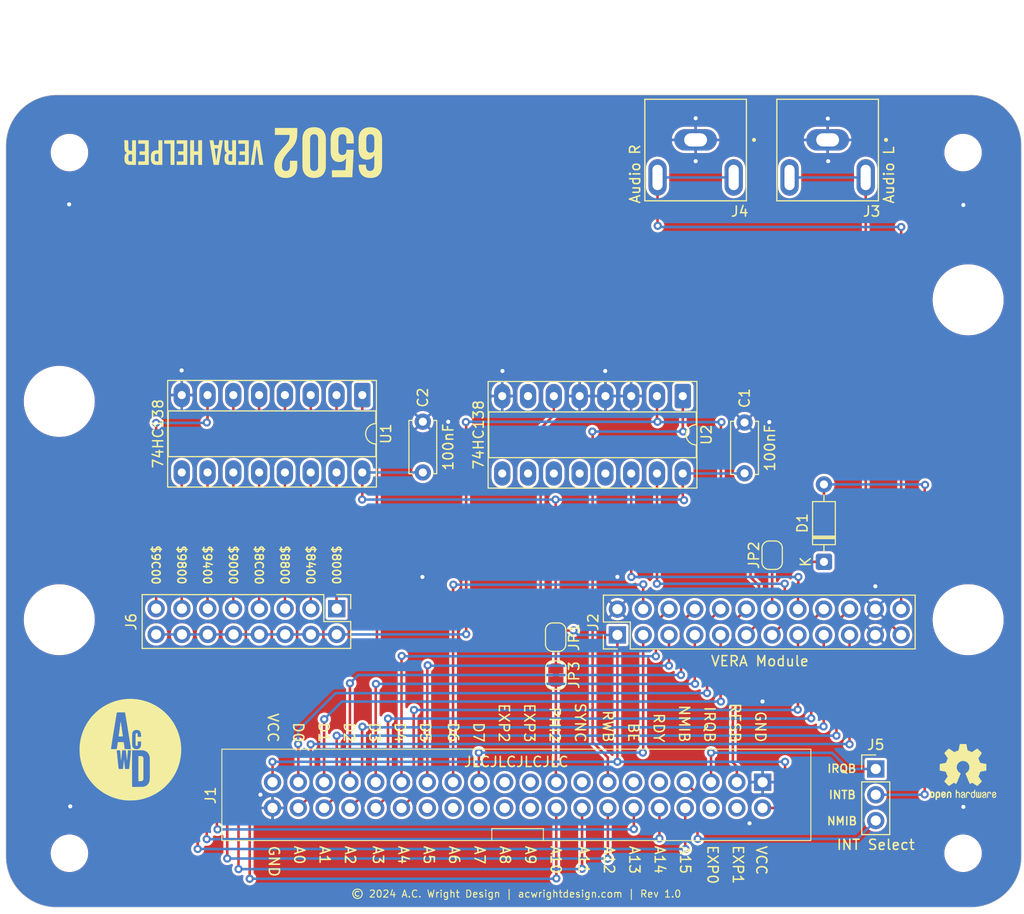
<source format=kicad_pcb>
(kicad_pcb (version 20241229) (generator "pcbnew") (generator_version "9.0")
  (title_block (title "6502 VERA Helper") (date "2025-11-04") (rev "1.0") (company "A.C. Wright Design"))
  (layers (0 "F.Cu" signal "Top") (2 "B.Cu" signal "Bottom") (13 "F.Paste" user) (15 "B.Paste" user) (5 "F.SilkS" user "F.Silkscreen") (7 "B.SilkS" user "B.Silkscreen") (1 "F.Mask" user) (3 "B.Mask" user) (25 "Edge.Cuts" user))
  (net 0 "")
  (net 1 "GND")
  (net 2 "VCC")
  (net 3 "Net-(D1-A)")
  (net 4 "~{INT}")
  (net 5 "A1")
  (net 7 "PHI2")
  (net 8 "A11")
  (net 9 "D4")
  (net 10 "RWB")
  (net 11 "D0")
  (net 13 "NMIB")
  (net 14 "A12")
  (net 16 "A3")
  (net 17 "D7")
  (net 20 "D6")
  (net 21 "A14")
  (net 22 "A13")
  (net 23 "A2")
  (net 24 "D1")
  (net 25 "A15")
  (net 27 "A0")
  (net 28 "A10")
  (net 29 "IRQB")
  (net 34 "D2")
  (net 35 "RESB")
  (net 37 "D3")
  (net 38 "A4")
  (net 39 "D5")
  (net 41 "CSB")
  (net 42 "AUDIOL")
  (net 43 "AUDIOR")
  (net 44 "RB")
  (net 45 "WB")
  (net 46 "/$9400")
  (net 47 "/$9000")
  (net 48 "/$8400")
  (net 49 "/$8000")
  (net 50 "/$9800")
  (net 51 "/$8800")
  (net 52 "/$8C00")
  (net 53 "/$9C00")
  (net 54 "Net-(JP1-B)")
  (footprint "Symbol:OSHW-Logo2_7.3x6mm_SilkScreen" (layer "F.Cu") (at 159.8011 144.3136)
    (property "Reference" "REF**" (hide yes))
    (property "Value" "OSHW-Logo2_7.3x6mm_SilkScreen" (hide yes))
  )
  (footprint "Connector_PinHeader_2.54mm:PinHeader_1x03_P2.54mm_Vertical" (layer "F.Cu") (at 151.2011 144.0136)
    (property "Reference" "J5")
    (property "Value" "INT Select")
  )
  (footprint "Package_DIP:DIP-16_W7.62mm_Socket_LongPads" (layer "F.Cu") (at 100.6411 107.1936 -90)
    (property "Reference" "U1")
    (property "Value" "74HC138")
  )
  (footprint "A.C. Wright Logo:A.C. Wright Logo 10mm" (layer "F.Cu") (at 77.8011 142.1136)
    (property "Reference" "G***" (hide yes))
    (property "Value" "LOGO" (hide yes))
  )
  (footprint "" (layer "F.Cu") (at 70.8011 129.3136)
    (property "Reference" "")
    (property "Value" "")
  )
  (footprint "Connector_PinHeader_2.54mm:PinHeader_2x12_P2.54mm_Vertical" (layer "F.Cu") (at 125.7611 130.8136 90)
    (property "Reference" "J2")
    (property "Value" "VERA Module")
  )
  (footprint "Capacitor_THT:C_Disc_D5.0mm_W2.5mm_P5.00mm" (layer "F.Cu") (at 106.6011 114.8136 90)
    (property "Reference" "C2")
    (property "Value" "100nF")
  )
  (footprint "MountingHole:MountingHole_3.2mm_M3" (layer "F.Cu") (at 159.8011 83.3136)
    (property "Reference" "H2" (hide yes))
    (property "Value" "MountingHole" (hide yes))
  )
  (footprint "" (layer "F.Cu") (at 70.8011 107.8136)
    (property "Reference" "")
    (property "Value" "")
  )
  (footprint "6502 Parts:SWITCHCRAFT_PJRAN1X1U02X" (layer "F.Cu") (at 133.4636 82.0636 180)
    (property "Reference" "J4")
    (property "Value" "Audio R")
  )
  (footprint "6502 Parts:6502 Bus Connector" (layer "F.Cu") (at 140.0611 145.3136 -90)
    (property "Reference" "J1")
    (property "Value" "6502 Bus" (hide yes))
  )
  (footprint "" (layer "F.Cu") (at 160.3011 97.8136)
    (property "Reference" "")
    (property "Value" "")
  )
  (footprint "6502 Logos:6502 VERA Helper 5mm" (layer "F.Cu") (at 82.6011 83.3136 180)
    (property "Reference" "G***" (hide yes))
    (property "Value" "LOGO" (hide yes))
  )
  (footprint "6502 Parts:SWITCHCRAFT_PJRAN1X1U02X" (layer "F.Cu") (at 146.4636 82.0636 180)
    (property "Reference" "J3")
    (property "Value" "Audio L")
  )
  (footprint "Jumper:SolderJumper-2_P1.3mm_Bridged_RoundedPad1.0x1.5mm" (layer "F.Cu") (at 141.0011 122.9636 90)
    (property "Reference" "JP2")
    (property "Value" "SolderJumper_2_Bridged" (hide yes))
  )
  (footprint "MountingHole:MountingHole_3.2mm_M3" (layer "F.Cu") (at 159.8011 152.3136)
    (property "Reference" "H4" (hide yes))
    (property "Value" "MountingHole" (hide yes))
  )
  (footprint "Connector_PinHeader_2.54mm:PinHeader_2x08_P2.54mm_Vertical" (layer "F.Cu") (at 98.1211 128.2236 -90)
    (property "Reference" "J6")
    (property "Value" "Conn_02x08_Odd_Even" (hide yes))
  )
  (footprint "Package_DIP:DIP-16_W7.62mm_Socket_LongPads" (layer "F.Cu") (at 132.2011 107.2936 -90)
    (property "Reference" "U2")
    (property "Value" "74HC138")
  )
  (footprint "MountingHole:MountingHole_3.2mm_M3" (layer "F.Cu") (at 71.8011 83.3136)
    (property "Reference" "H1" (hide yes))
    (property "Value" "MountingHole" (hide yes))
  )
  (footprint "Diode_THT:D_DO-35_SOD27_P7.62mm_Horizontal" (layer "F.Cu") (at 146.1011 123.6136 90)
    (property "Reference" "D1")
    (property "Value" "D_Schottky" (hide yes))
  )
  (footprint "Jumper:SolderJumper-2_P1.3mm_Bridged_RoundedPad1.0x1.5mm" (layer "F.Cu") (at 119.7011 134.7636 -90)
    (property "Reference" "JP3")
    (property "Value" "SolderJumper_2_Bridged" (hide yes))
  )
  (footprint "Capacitor_THT:C_Disc_D5.0mm_W2.5mm_P5.00mm" (layer "F.Cu") (at 138.2811 114.8936 90)
    (property "Reference" "C1")
    (property "Value" "100nF")
  )
  (footprint "" (layer "F.Cu") (at 160.3011 129.3136)
    (property "Reference" "")
    (property "Value" "")
  )
  (footprint "MountingHole:MountingHole_3.2mm_M3" (layer "F.Cu") (at 71.8011 152.3136)
    (property "Reference" "H3" (hide yes))
    (property "Value" "MountingHole" (hide yes))
  )
  (footprint "Jumper:SolderJumper-2_P1.3mm_Open_RoundedPad1.0x1.5mm" (layer "F.Cu") (at 119.6811 131.0336 -90)
    (property "Reference" "JP1")
    (property "Value" "SolderJumper_2_Open" (hide yes))
  )
  (gr_arc (start 70.5472 157.6342) (mid 67.011666 156.169734) (end 65.5472 152.6342) (stroke (width 0.05)) (layer "Edge.Cuts"))
  (gr_line (start 165.5472 152.6342) (end 165.5472 82.6342) (stroke (width 0.05)) (layer "Edge.Cuts"))
  (gr_line (start 70.5472 157.6342) (end 160.5472 157.6342) (stroke (width 0.05)) (layer "Edge.Cuts"))
  (gr_line (start 65.5472 82.6342) (end 65.5472 152.6342) (stroke (width 0.05)) (layer "Edge.Cuts"))
  (gr_arc (start 65.5472 82.6342) (mid 67.011666 79.098666) (end 70.5472 77.6342) (stroke (width 0.05)) (layer "Edge.Cuts"))
  (gr_line (start 160.5472 77.6342) (end 70.5472 77.6342) (stroke (width 0.05)) (layer "Edge.Cuts"))
  (gr_arc (start 160.5472 77.6342) (mid 164.082734 79.098666) (end 165.5472 82.6342) (stroke (width 0.05)) (layer "Edge.Cuts"))
  (gr_arc (start 165.5472 152.6342) (mid 164.082734 156.169734) (end 160.5472 157.6342) (stroke (width 0.05)) (layer "Edge.Cuts"))
  (gr_text "D3" (at 101.8411 141.4836 270) (layer "F.SilkS") (effects (font (size 1 1)) (justify right)))
  (gr_text "D1" (at 96.8411 141.4836 270) (layer "F.SilkS") (effects (font (size 1 1)) (justify right)))
  (gr_text "NMIB" (at 149.4411 149.1436 0) (layer "F.SilkS") (effects (font (size 0.8 0.8)) (justify right)))
  (gr_text "PHI2" (at 119.5911 141.4836 270) (layer "F.SilkS") (effects (font (size 1 1)) (justify right)))
  (gr_text "D2" (at 99.3411 141.4836 270) (layer "F.SilkS") (effects (font (size 1 1)) (justify right)))
  (gr_text "A2" (at 99.4411 151.4836 270) (layer "F.SilkS") (effects (font (size 1 1)) (justify left)))
  (gr_text "GND\n" (at 91.9411 151.4836 270) (layer "F.SilkS") (effects (font (size 1 1)) (justify left)))
  (gr_text "RDY" (at 129.8411 141.4836 270) (layer "F.SilkS") (effects (font (size 1 1)) (justify right)))
  (gr_text "EXP2" (at 114.5911 141.4836 270) (layer "F.SilkS") (effects (font (size 1 1)) (justify right)))
  (gr_text "IRQB" (at 149.3611 143.9836 0) (layer "F.SilkS") (effects (font (size 0.8 0.8)) (justify right)))
  (gr_text "D0" (at 94.3411 141.4836 270) (layer "F.SilkS") (effects (font (size 1 1)) (justify right)))
  (gr_text "GND\n" (at 139.8411 141.4836 270) (layer "F.SilkS") (effects (font (size 1 1)) (justify right)))
  (gr_text "VCC" (at 139.9411 151.4836 270) (layer "F.SilkS") (effects (font (size 1 1)) (justify left)))
  (gr_text "RWB" (at 124.8411 141.4836 270) (layer "F.SilkS") (effects (font (size 1 1)) (justify right)))
  (gr_text "A11" (at 122.4411 151.4836 270) (layer "F.SilkS") (effects (font (size 1 1)) (justify left)))
  (gr_text "SYNC" (at 122.0911 141.4836 270) (layer "F.SilkS") (effects (font (size 1 1)) (justify right)))
  (gr_text "D5" (at 106.8411 141.4836 270) (layer "F.SilkS") (effects (font (size 1 1)) (justify right)))
  (gr_text "$8800" (at 93.0011 123.9236 270) (layer "F.SilkS") (effects (font (size 0.8 0.8))))
  (gr_text "D7" (at 112.0911 141.4836 270) (layer "F.SilkS") (effects (font (size 1 1)) (justify right)))
  (gr_text "IRQB" (at 134.8411 141.4836 270) (layer "F.SilkS") (effects (font (size 1 1)) (justify right)))
  (gr_text "A10" (at 119.6911 151.4836 270) (layer "F.SilkS") (effects (font (size 1 1)) (justify left)))
  (gr_text "$8C00" (at 90.4611 123.9236 270) (layer "F.SilkS") (effects (font (size 0.8 0.8))))
  (gr_text "$8000" (at 98.0811 123.9236 270) (layer "F.SilkS") (effects (font (size 0.8 0.8))))
  (gr_text "A8" (at 114.6911 151.4836 270) (layer "F.SilkS") (effects (font (size 1 1)) (justify left)))
  (gr_text "$8400" (at 95.5411 123.9236 270) (layer "F.SilkS") (effects (font (size 0.8 0.8))))
  (gr_text "A14" (at 129.9411 151.4836 270) (layer "F.SilkS") (effects (font (size 1 1)) (justify left)))
  (gr_text "VCC" (at 91.8411 141.4836 270) (layer "F.SilkS") (effects (font (size 1 1)) (justify right)))
  (gr_text "A12" (at 124.9411 151.4836 270) (layer "F.SilkS") (effects (font (size 1 1)) (justify left)))
  (gr_text "BE" (at 127.3411 141.4836 270) (layer "F.SilkS") (effects (font (size 1 1)) (justify right)))
  (gr_text "$9000" (at 87.9211 123.9236 270) (layer "F.SilkS") (effects (font (size 0.8 0.8))))
  (gr_text "D6" (at 109.5911 141.4836 270) (layer "F.SilkS") (effects (font (size 1 1)) (justify right)))
  (gr_text "EXP3" (at 117.0911 141.4836 270) (layer "F.SilkS") (effects (font (size 1 1)) (justify right)))
  (gr_text "INTB" (at 149.3211 146.5636 0) (layer "F.SilkS") (effects (font (size 0.8 0.8)) (justify right)))
  (gr_text "A15" (at 132.4411 151.4836 270) (layer "F.SilkS") (effects (font (size 1 1)) (justify left)))
  (gr_text "D4" (at 104.3411 141.4836 270) (layer "F.SilkS") (effects (font (size 1 1)) (justify right)))
  (gr_text "JLCJLCJLCJLC" (at 115.8011 143.3136 0) (layer "F.SilkS") (effects (font (size 1 1))))
  (gr_text "A3" (at 102.1911 151.4836 270) (layer "F.SilkS") (effects (font (size 1 1)) (justify left)))
  (gr_text "A13" (at 127.4411 151.4836 270) (layer "F.SilkS") (effects (font (size 1 1)) (justify left)))
  (gr_text "$9C00" (at 80.3011 123.9236 270) (layer "F.SilkS") (effects (font (size 0.8 0.8))))
  (gr_text "© 2024 A.C. Wright Design | acwrightdesign.com | Rev 1.0" (at 115.8011 156.3136 0) (layer "F.SilkS") (effects (font (size 0.7 0.7) (thickness 0.1))))
  (gr_text "EXP1" (at 137.6411 151.4336 270) (layer "F.SilkS") (effects (font (size 1 1)) (justify left)))
  (gr_text "A0" (at 94.4411 151.4836 270) (layer "F.SilkS") (effects (font (size 1 1)) (justify left)))
  (gr_text "EXP0" (at 135.1411 151.4336 270) (layer "F.SilkS") (effects (font (size 1 1)) (justify left)))
  (gr_text "A7" (at 112.1911 151.4836 270) (layer "F.SilkS") (effects (font (size 1 1)) (justify left)))
  (gr_text "$9400" (at 85.3811 123.9236 270) (layer "F.SilkS") (effects (font (size 0.8 0.8))))
  (gr_text "A4" (at 104.6911 151.4836 270) (layer "F.SilkS") (effects (font (size 1 1)) (justify left)))
  (gr_text "A9" (at 117.1911 151.4836 270) (layer "F.SilkS") (effects (font (size 1 1)) (justify left)))
  (gr_text "A1" (at 96.9411 151.4836 270) (layer "F.SilkS") (effects (font (size 1 1)) (justify left)))
  (gr_text "A6" (at 109.6911 151.4836 270) (layer "F.SilkS") (effects (font (size 1 1)) (justify left)))
  (gr_text "NMIB" (at 132.3411 141.4836 270) (layer "F.SilkS") (effects (font (size 1 1)) (justify right)))
  (gr_text "RESB" (at 137.3411 141.4836 270) (layer "F.SilkS") (effects (font (size 1 1)) (justify right)))
  (gr_text "A5" (at 107.1911 151.4836 270) (layer "F.SilkS") (effects (font (size 1 1)) (justify left)))
  (gr_text "$9800" (at 82.8411 123.9236 270) (layer "F.SilkS") (effects (font (size 0.8 0.8))))
  (via (at 133.4711 84.1636) (size 0.8) (drill 0.4) (layers "F.Cu" "B.Cu") (net 1))
  (via (at 71.8811 147.6936) (size 0.8) (drill 0.4) (layers "F.Cu" "B.Cu") (net 1))
  (via (at 125.7611 125.0936) (size 0.8) (drill 0.4) (layers "F.Cu" "B.Cu") (net 1))
  (via (at 140.0511 137.3636) (size 0.8) (drill 0.4) (layers "F.Cu" "B.Cu") (net 1))
  (via (at 146.4811 79.9636) (size 0.8) (drill 0.4) (layers "F.Cu" "B.Cu") (net 1))
  (via (at 82.8511 104.7636) (size 0.8) (drill 0.4) (layers "F.Cu" "B.Cu") (net 1))
  (via (at 109.1011 109.8236) (size 0.8) (drill 0.4) (layers "F.Cu" "B.Cu") (net 1))
  (via (at 133.4711 79.9336) (size 0.8) (drill 0.4) (layers "F.Cu" "B.Cu") (net 1))
  (via (at 146.5211 84.1636) (size 0.8) (drill 0.4) (layers "F.Cu" "B.Cu") (net 1))
  (via (at 151.1611 126.0236) (size 0.8) (drill 0.4) (layers "F.Cu" "B.Cu") (net 1))
  (via (at 114.4411 104.8236) (size 0.8) (drill 0.4) (layers "F.Cu" "B.Cu") (net 1))
  (via (at 71.7711 88.4136) (size 0.8) (drill 0.4) (layers "F.Cu" "B.Cu") (net 1))
  (via (at 138.7711 149.3636) (size 0.8) (drill 0.4) (layers "F.Cu" "B.Cu") (net 1))
  (via (at 159.8311 88.4736) (size 0.8) (drill 0.4) (layers "F.Cu" "B.Cu") (net 1))
  (via (at 124.5611 104.8236) (size 0.8) (drill 0.4) (layers "F.Cu" "B.Cu") (net 1))
  (via (at 106.5611 125.1036) (size 0.8) (drill 0.4) (layers "F.Cu" "B.Cu") (net 1))
  (via (at 159.8311 147.7436) (size 0.8) (drill 0.4) (layers "F.Cu" "B.Cu") (net 1))
  (via (at 140.7211 109.8536) (size 0.8) (drill 0.4) (layers "F.Cu" "B.Cu") (net 1))
  (via (at 90.6111 146.5436) (size 0.8) (drill 0.4) (layers "F.Cu" "B.Cu") (net 1))
  (segment (start 82.8211 126.9936) (end 82.7611 126.9336) (width 0.25) (layer "B.Cu") (net 1))
  (segment (start 132.2011 117.4236) (end 132.2011 114.9136) (width 0.25) (layer "F.Cu") (net 2))
  (segment (start 100.6411 114.8136) (end 100.6411 117.4636) (width 0.25) (layer "F.Cu") (net 2))
  (segment (start 141.6011 147.8536) (end 140.0611 147.8536) (width 0.25) (layer "F.Cu") (net 2))
  (segment (start 100.6411 117.4636) (end 100.6211 117.4836) (width 0.25) (layer "F.Cu") (net 2))
  (segment (start 142.2711 143.3036) (end 142.2711 147.1836) (width 0.25) (layer "F.Cu") (net 2))
  (segment (start 91.8011 145.3136) (end 91.8011 143.3136) (width 0.25) (layer "F.Cu") (net 2))
  (segment (start 125.7611 130.8136) (end 125.7611 143.3036) (width 0.25) (layer "F.Cu") (net 2))
  (segment (start 119.6811 117.4936) (end 119.6711 117.4836) (width 0.25) (layer "F.Cu") (net 2))
  (segment (start 121.4211 130.3836) (end 121.4411 130.3636) (width 0.25) (layer "F.Cu") (net 2))
  (segment (start 119.6811 130.3836) (end 119.6811 117.4936) (width 0.25) (layer "F.Cu") (net 2))
  (segment (start 142.2711 147.1836) (end 141.6011 147.8536) (width 0.25) (layer "F.Cu") (net 2))
  (segment (start 91.8011 143.3136) (end 91.7911 143.3036) (width 0.25) (layer "F.Cu") (net 2))
  (segment (start 132.3211 117.5436) (end 132.2011 117.4236) (width 0.25) (layer "F.Cu") (net 2))
  (segment (start 119.6811 130.3836) (end 121.4211 130.3836) (width 0.25) (layer "F.Cu") (net 2))
  (via (at 100.6211 117.4836) (size 0.8) (drill 0.4) (layers "F.Cu" "B.Cu") (net 2))
  (via (at 91.7911 143.3036) (size 0.8) (drill 0.4) (layers "F.Cu" "B.Cu") (net 2))
  (via (at 125.7611 143.3036) (size 0.8) (drill 0.4) (layers "F.Cu" "B.Cu") (net 2))
  (via (at 142.2711 143.3036) (size 0.8) (drill 0.4) (layers "F.Cu" "B.Cu") (net 2))
  (via (at 132.3211 117.5436) (size 0.8) (drill 0.4) (layers "F.Cu" "B.Cu") (net 2))
  (via (at 121.4411 130.3636) (size 0.8) (drill 0.4) (layers "F.Cu" "B.Cu") (net 2))
  (via (at 119.6711 117.4836) (size 0.8) (drill 0.4) (layers "F.Cu" "B.Cu") (net 2))
  (segment (start 91.7911 143.3036) (end 125.7611 143.3036) (width 0.25) (layer "B.Cu") (net 2))
  (segment (start 132.2011 114.9136) (end 138.2611 114.9136) (width 0.25) (layer "B.Cu") (net 2))
  (segment (start 119.6711 117.4836) (end 132.2611 117.4836) (width 0.25) (layer "B.Cu") (net 2))
  (segment (start 100.6411 114.8136) (end 106.6011 114.8136) (width 0.25) (layer "B.Cu") (net 2))
  (segment (start 132.2611 117.4836) (end 132.3211 117.5436) (width 0.25) (layer "B.Cu") (net 2))
  (segment (start 125.7611 143.3036) (end 142.2711 143.3036) (width 0.25) (layer "B.Cu") (net 2))
  (segment (start 100.6211 117.4836) (end 119.6711 117.4836) (width 0.25) (layer "B.Cu") (net 2))
  (segment (start 121.8911 130.8136) (end 125.7611 130.8136) (width 0.25) (layer "B.Cu") (net 2))
  (segment (start 121.4411 130.3636) (end 121.8911 130.8136) (width 0.25) (layer "B.Cu") (net 2))
  (segment (start 138.2611 114.9136) (end 138.2811 114.8936) (width 0.25) (layer "B.Cu") (net 2))
  (segment (start 141.0011 122.3136) (end 142.7211 122.3136) (width 0.25) (layer "F.Cu") (net 3))
  (segment (start 156.0211 116.0736) (end 156.0611 116.0336) (width 0.25) (layer "F.Cu") (net 3))
  (segment (start 156.0211 146.5136) (end 156.0211 116.0736) (width 0.25) (layer "F.Cu") (net 3))
  (segment (start 146.1011 118.9336) (end 146.1011 115.9936) (width 0.25) (layer "F.Cu") (net 3))
  (segment (start 142.7211 122.3136) (end 146.1011 118.9336) (width 0.25) (layer "F.Cu") (net 3))
  (via (at 156.0211 146.5136) (size 0.8) (drill 0.4) (layers "F.Cu" "B.Cu") (net 3))
  (via (at 156.0611 116.0336) (size 0.8) (drill 0.4) (layers "F.Cu" "B.Cu") (net 3))
  (segment (start 155.9811 146.5536) (end 156.0211 146.5136) (width 0.25) (layer "B.Cu") (net 3))
  (segment (start 151.2011 146.5536) (end 155.9811 146.5536) (width 0.25) (layer "B.Cu") (net 3))
  (segment (start 156.0611 116.0336) (end 156.0211 115.9936) (width 0.25) (layer "B.Cu") (net 3))
  (segment (start 156.0211 115.9936) (end 146.1011 115.9936) (width 0.25) (layer "B.Cu") (net 3))
  (segment (start 141.0011 123.6136) (end 141.0011 128.2736) (width 0.25) (layer "F.Cu") (net 4))
  (segment (start 141.0011 123.6136) (end 146.1011 123.6136) (width 0.25) (layer "F.Cu") (net 4))
  (segment (start 147.3311 140.7336) (end 147.3311 129.5636) (width 0.25) (layer "F.Cu") (net 5))
  (segment (start 98.1211 145.5236) (end 98.1211 140.7336) (width 0.25) (layer "F.Cu") (net 5))
  (segment (start 147.3311 129.5636) (end 148.6211 128.2736) (width 0.25) (layer "F.Cu") (net 5))
  (segment (start 96.8811 147.8536) (end 98.1211 146.6136) (width 0.25) (layer "F.Cu") (net 5))
  (segment (start 98.1211 146.6136) (end 98.1211 145.5236) (width 0.25) (layer "F.Cu") (net 5))
  (via (at 147.3311 140.7336) (size 0.8) (drill 0.4) (layers "F.Cu" "B.Cu") (net 5))
  (via (at 98.1211 140.7336) (size 0.8) (drill 0.4) (layers "F.Cu" "B.Cu") (net 5))
  (segment (start 98.1211 140.7336) (end 147.3311 140.7336) (width 0.25) (layer "B.Cu") (net 5))
  (segment (start 119.7011 135.4136) (end 119.7011 145.2736) (width 0.25) (layer "F.Cu") (net 7))
  (segment (start 119.7011 145.2736) (end 119.7411 145.3136) (width 0.25) (layer "F.Cu") (net 7))
  (segment (start 99.3511 110.1036) (end 99.3511 118.0536) (width 0.25) (layer "F.Cu") (net 8))
  (segment (start 93.6911 135.3636) (end 92.0911 136.9636) (width 0.25) (layer "F.Cu") (net 8))
  (segment (start 122.2711 153.8436) (end 122.2811 153.8336) (width 0.25) (layer "F.Cu") (net 8))
  (segment (start 92.0911 136.9636) (end 88.4511 140.6036) (width 0.25) (layer "F.Cu") (net 8))
  (segment (start 97.4011 134.2236) (end 96.2611 135.3636) (width 0.25) (layer "F.Cu") (net 8))
  (segment (start 96.2611 135.3636) (end 93.9811 135.3636) (width 0.25) (layer "F.Cu") (net 8))
  (segment (start 98.1011 108.8536) (end 99.3511 110.1036) (width 0.25) (layer "F.Cu") (net 8))
  (segment (start 93.9811 135.3636) (end 93.6911 135.3636) (width 0.25) (layer "F.Cu") (net 8))
  (segment (start 98.1011 107.1936) (end 98.1011 108.8536) (width 0.25) (layer "F.Cu") (net 8))
  (segment (start 88.4511 140.6036) (end 88.4511 153.8736) (width 0.25) (layer "F.Cu") (net 8))
  (segment (start 99.3211 132.3036) (end 97.4011 134.2236) (width 0.25) (layer "F.Cu") (net 8))
  (segment (start 122.2811 153.8336) (end 122.2811 147.8536) (width 0.25) (layer "F.Cu") (net 8))
  (segment (start 99.3211 118.0836) (end 99.3211 132.3036) (width 0.25) (layer "F.Cu") (net 8))
  (segment (start 99.3511 118.0536) (end 99.3211 118.0836) (width 0.25) (layer "F.Cu") (net 8))
  (via (at 122.2711 153.8436) (size 0.8) (drill 0.4) (layers "F.Cu" "B.Cu") (net 8))
  (via (at 88.4511 153.8736) (size 0.8) (drill 0.4) (layers "F.Cu" "B.Cu") (net 8))
  (segment (start 88.4511 153.8736) (end 122.2411 153.8736) (width 0.25) (layer "B.Cu") (net 8))
  (segment (start 122.2411 153.8736) (end 122.2711 153.8436) (width 0.25) (layer "B.Cu") (net 8))
  (segment (start 130.8411 128.2736) (end 129.5511 129.5636) (width 0.25) (layer "F.Cu") (net 9))
  (segment (start 104.5211 132.8836) (end 104.5011 132.9036) (width 0.25) (layer "F.Cu") (net 9))
  (segment (start 129.5511 130.6536) (end 129.5511 132.9136) (width 0.25) (layer "F.Cu") (net 9))
  (segment (start 129.5511 129.5636) (end 129.5511 130.6536) (width 0.25) (layer "F.Cu") (net 9))
  (segment (start 104.5011 132.9036) (end 104.5011 145.3136) (width 0.25) (layer "F.Cu") (net 9))
  (via (at 129.5511 132.9136) (size 0.8) (drill 0.4) (layers "F.Cu" "B.Cu") (net 9))
  (via (at 104.5211 132.8836) (size 0.8) (drill 0.4) (layers "F.Cu" "B.Cu") (net 9))
  (segment (start 129.5511 132.9136) (end 104.5511 132.9136) (width 0.25) (layer "B.Cu") (net 9))
  (segment (start 104.5511 132.9136) (end 104.5211 132.8836) (width 0.25) (layer "B.Cu") (net 9))
  (segment (start 124.3511 142.4036) (end 123.3211 141.3736) (width 0.25) (layer "F.Cu") (net 10))
  (segment (start 124.8211 142.8736) (end 124.3511 142.4036) (width 0.25) (layer "F.Cu") (net 10))
  (segment (start 123.3211 138.7936) (end 123.3211 110.8136) (width 0.25) (layer "F.Cu") (net 10))
  (segment (start 132.2311 110.7836) (end 132.2011 110.7536) (width 0.25) (layer "F.Cu") (net 10))
  (segment (start 124.8211 145.3136) (end 124.8211 142.8736) (width 0.25) (layer "F.Cu") (net 10))
  (segment (start 132.2011 110.7536) (end 132.2011 107.2936) (width 0.25) (layer "F.Cu") (net 10))
  (segment (start 123.3211 141.3736) (end 123.3211 138.7936) (width 0.25) (layer "F.Cu") (net 10))
  (segment (start 123.3211 110.8136) (end 123.2911 110.7836) (width 0.25) (layer "F.Cu") (net 10))
  (via (at 123.2911 110.7836) (size 0.8) (drill 0.4) (layers "F.Cu" "B.Cu") (net 10))
  (via (at 132.2311 110.7836) (size 0.8) (drill 0.4) (layers "F.Cu" "B.Cu") (net 10))
  (segment (start 123.2911 110.7836) (end 132.2311 110.7836) (width 0.25) (layer "B.Cu") (net 10))
  (segment (start 94.3411 142.0336) (end 94.3411 145.3136) (width 0.25) (layer "F.Cu") (net 11))
  (segment (start 94.3211 142.0136) (end 94.3411 142.0336) (width 0.25) (layer "F.Cu") (net 11))
  (segment (start 134.5911 130.2736) (end 134.5911 136.5436) (width 0.25) (layer "F.Cu") (net 11))
  (segment (start 94.3211 141.5536) (end 94.3211 142.0136) (width 0.25) (layer "F.Cu") (net 11))
  (segment (start 134.5911 129.6036) (end 134.5911 130.2736) (width 0.25) (layer "F.Cu") (net 11))
  (segment (start 135.9211 128.2736) (end 134.5911 129.6036) (width 0.25) (layer "F.Cu") (net 11))
  (via (at 134.5911 136.5436) (size 0.8) (drill 0.4) (layers "F.Cu" "B.Cu") (net 11))
  (via (at 94.3211 141.5536) (size 0.8) (drill 0.4) (layers "F.Cu" "B.Cu") (net 11))
  (segment (start 98.0111 136.5436) (end 94.3211 140.2336) (width 0.25) (layer "B.Cu") (net 11))
  (segment (start 134.5911 136.5436) (end 98.0111 136.5436) (width 0.25) (layer "B.Cu") (net 11))
  (segment (start 94.3211 140.2336) (end 94.3211 141.5536) (width 0.25) (layer "B.Cu") (net 11))
  (segment (start 133.6511 146.8336) (end 133.6511 150.8736) (width 0.25) (layer "F.Cu") (net 13))
  (segment (start 133.6511 150.8736) (end 133.6711 150.8936) (width 0.25) (layer "F.Cu") (net 13))
  (segment (start 132.4411 145.3136) (end 133.6511 146.5236) (width 0.25) (layer "F.Cu") (net 13))
  (segment (start 133.6511 146.5236) (end 133.6511 146.8336) (width 0.25) (layer "F.Cu") (net 13))
  (via (at 133.6711 150.8936) (size 0.8) (drill 0.4) (layers "F.Cu" "B.Cu") (net 13))
  (segment (start 133.6711 150.8936) (end 149.4011 150.8936) (width 0.25) (layer "B.Cu") (net 13))
  (segment (start 149.4011 150.8936) (end 151.2011 149.0936) (width 0.25) (layer "B.Cu") (net 13))
  (segment (start 96.8111 109.8736) (end 96.8111 111.7936) (width 0.25) (layer "F.Cu") (net 14))
  (segment (start 93.0311 134.3636) (end 89.0111 138.3836) (width 0.25) (layer "F.Cu") (net 14))
  (segment (start 96.8111 132.0736) (end 94.5211 134.3636) (width 0.25) (layer "F.Cu") (net 14))
  (segment (start 94.5211 134.3636) (end 93.0311 134.3636) (width 0.25) (layer "F.Cu") (net 14))
  (segment (start 89.0111 138.3836) (end 87.3411 140.0536) (width 0.25) (layer "F.Cu") (net 14))
  (segment (start 95.5611 108.6236) (end 95.9611 109.0236) (width 0.25) (layer "F.Cu") (net 14))
  (segment (start 124.7911 152.8536) (end 124.8211 152.8236) (width 0.25) (layer "F.Cu") (net 14))
  (segment (start 95.5611 107.1936) (end 95.5611 108.6236) (width 0.25) (layer "F.Cu") (net 14))
  (segment (start 87.3411 140.0536) (end 87.3411 143.4136) (width 0.25) (layer "F.Cu") (net 14))
  (segment (start 87.3411 143.4136) (end 87.3411 152.8336) (width 0.25) (layer "F.Cu") (net 14))
  (segment (start 124.8211 152.8236) (end 124.8211 147.8536) (width 0.25) (layer "F.Cu") (net 14))
  (segment (start 96.8111 111.7936) (end 96.8111 132.0736) (width 0.25) (layer "F.Cu") (net 14))
  (segment (start 95.9611 109.0236) (end 96.8111 109.8736) (width 0.25) (layer "F.Cu") (net 14))
  (via (at 87.3411 152.8336) (size 0.8) (drill 0.4) (layers "F.Cu" "B.Cu") (net 14))
  (via (at 124.7911 152.8536) (size 0.8) (drill 0.4) (layers "F.Cu" "B.Cu") (net 14))
  (segment (start 87.3411 152.8336) (end 124.7711 152.8336) (width 0.25) (layer "B.Cu") (net 14))
  (segment (start 124.7711 152.8336) (end 124.7911 152.8536) (width 0.25) (layer "B.Cu") (net 14))
  (segment (start 103.1711 146.6436) (end 103.1711 145.7936) (width 0.25) (layer "F.Cu") (net 16))
  (segment (start 101.9611 147.8536) (end 103.1711 146.6436) (width 0.25) (layer "F.Cu") (net 16))
  (segment (start 144.8511 129.5036) (end 146.0811 128.2736) (width 0.25) (layer "F.Cu") (net 16))
  (segment (start 144.8511 139.0236) (end 144.8511 129.5036) (width 0.25) (layer "F.Cu") (net 16))
  (segment (start 103.1711 145.7936) (end 103.1711 139.0536) (width 0.25) (layer "F.Cu") (net 16))
  (via (at 144.8511 139.0236) (size 0.8) (drill 0.4) (layers "F.Cu" "B.Cu") (net 16))
  (via (at 103.1711 139.0536) (size 0.8) (drill 0.4) (layers "F.Cu" "B.Cu") (net 16))
  (segment (start 144.8211 139.0536) (end 144.8511 139.0236) (width 0.25) (layer "B.Cu") (net 16))
  (segment (start 103.1711 139.0536) (end 144.8211 139.0536) (width 0.25) (layer "B.Cu") (net 16))
  (segment (start 112.1211 142.4136) (end 112.1211 145.3136) (width 0.25) (layer "F.Cu") (net 17))
  (segment (start 128.3011 130.8136) (end 128.3011 142.3736) (width 0.25) (layer "F.Cu") (net 17))
  (segment (start 112.1111 142.4036) (end 112.1211 142.4136) (width 0.25) (layer "F.Cu") (net 17))
  (segment (start 128.3011 142.3736) (end 128.2711 142.4036) (width 0.25) (layer "F.Cu") (net 17))
  (via (at 112.1111 142.4036) (size 0.8) (drill 0.4) (layers "F.Cu" "B.Cu") (net 17))
  (via (at 128.2711 142.4036) (size 0.8) (drill 0.4) (layers "F.Cu" "B.Cu") (net 17))
  (segment (start 128.2711 142.4036) (end 112.1111 142.4036) (width 0.25) (layer "B.Cu") (net 17))
  (segment (start 109.5811 125.8936) (end 109.5811 145.3136) (width 0.25) (layer "F.Cu") (net 20))
  (segment (start 128.3011 128.2736) (end 128.3011 125.8436) (width 0.25) (layer "F.Cu") (net 20))
  (segment (start 128.3011 125.8436) (end 128.3111 125.8336) (width 0.25) (layer "F.Cu") (net 20))
  (segment (start 109.6111 125.8636) (end 109.5811 125.8936) (width 0.25) (layer "F.Cu") (net 20))
  (via (at 128.3111 125.8336) (size 0.8) (drill 0.4) (layers "F.Cu" "B.Cu") (net 20))
  (via (at 109.6111 125.8636) (size 0.8) (drill 0.4) (layers "F.Cu" "B.Cu") (net 20))
  (segment (start 128.2811 125.8636) (end 109.6111 125.8636) (width 0.25) (layer "B.Cu") (net 20))
  (segment (start 128.3111 125.8336) (end 128.2811 125.8636) (width 0.25) (layer "B.Cu") (net 20))
  (segment (start 85.3211 138.8736) (end 85.3211 150.9236) (width 0.25) (layer "F.Cu") (net 21))
  (segment (start 129.9011 150.8536) (end 129.9011 147.8536) (width 0.25) (layer "F.Cu") (net 21))
  (segment (start 91.7211 110.0636) (end 91.7211 132.4736) (width 0.25) (layer "F.Cu") (net 21))
  (segment (start 90.4811 108.8236) (end 91.7211 110.0636) (width 0.25) (layer "F.Cu") (net 21))
  (segment (start 91.7211 132.4736) (end 85.3211 138.8736) (width 0.25) (layer "F.Cu") (net 21))
  (segment (start 90.4811 107.1936) (end 90.4811 108.8236) (width 0.25) (layer "F.Cu") (net 21))
  (via (at 85.3211 150.9236) (size 0.8) (drill 0.4) (layers "F.Cu" "B.Cu") (net 21))
  (via (at 129.9011 150.8536) (size 0.8) (drill 0.4) (layers "F.Cu" "B.Cu") (net 21))
  (segment (start 85.3211 150.9236) (end 129.8311 150.9236) (width 0.25) (layer "B.Cu") (net 21))
  (segment (start 129.8311 150.9236) (end 129.9011 150.8536) (width 0.25) (layer "B.Cu") (net 21))
  (segment (start 93.7611 109.5336) (end 94.2211 109.9936) (width 0.25) (layer "F.Cu") (net 22))
  (segment (start 127.3811 147.8736) (end 127.3611 147.8536) (width 0.25) (layer "F.Cu") (net 22))
  (segment (start 127.3811 149.9336) (end 127.3811 147.8736) (width 0.25) (layer "F.Cu") (net 22))
  (segment (start 87.2311 138.5836) (end 86.3211 139.4936) (width 0.25) (layer "F.Cu") (net 22))
  (segment (start 94.2211 109.9936) (end 94.2211 110.6136) (width 0.25) (layer "F.Cu") (net 22))
  (segment (start 94.2211 131.5936) (end 91.1811 134.6336) (width 0.25) (layer "F.Cu") (net 22))
  (segment (start 93.0211 107.1936) (end 93.0211 108.7936) (width 0.25) (layer "F.Cu") (net 22))
  (segment (start 91.1811 134.6336) (end 87.2311 138.5836) (width 0.25) (layer "F.Cu") (net 22))
  (segment (start 94.2211 110.6136) (end 94.2211 131.5936) (width 0.25) (layer "F.Cu") (net 22))
  (segment (start 93.0211 108.7936) (end 93.7611 109.5336) (width 0.25) (layer "F.Cu") (net 22))
  (segment (start 86.3211 139.4936) (end 86.3211 140.3436) (width 0.25) (layer "F.Cu") (net 22))
  (segment (start 86.3211 149.9036) (end 86.3811 149.9636) (width 0.25) (layer "F.Cu") (net 22))
  (segment (start 86.3211 140.3436) (end 86.3211 149.9036) (width 0.25) (layer "F.Cu") (net 22))
  (via (at 86.3811 149.9636) (size 0.8) (drill 0.4) (layers "F.Cu" "B.Cu") (net 22))
  (via (at 127.3811 149.9336) (size 0.8) (drill 0.4) (layers "F.Cu" "B.Cu") (net 22))
  (segment (start 127.3511 149.9636) (end 127.3811 149.9336) (width 0.25) (layer "B.Cu") (net 22))
  (segment (start 86.3811 149.9636) (end 127.3511 149.9636) (width 0.25) (layer "B.Cu") (net 22))
  (segment (start 146.0611 139.8236) (end 146.0811 139.8036) (width 0.25) (layer "F.Cu") (net 23))
  (segment (start 100.6211 139.8836) (end 100.6511 139.8536) (width 0.25) (layer "F.Cu") (net 23))
  (segment (start 99.4211 147.8536) (end 100.6211 146.6536) (width 0.25) (layer "F.Cu") (net 23))
  (segment (start 100.6211 146.6536) (end 100.6211 145.7936) (width 0.25) (layer "F.Cu") (net 23))
  (segment (start 146.0811 139.8036) (end 146.0811 130.8136) (width 0.25) (layer "F.Cu") (net 23))
  (segment (start 100.6211 145.7936) (end 100.6211 139.8836) (width 0.25) (layer "F.Cu") (net 23))
  (via (at 100.6511 139.8536) (size 0.8) (drill 0.4) (layers "F.Cu" "B.Cu") (net 23))
  (via (at 146.0611 139.8236) (size 0.8) (drill 0.4) (layers "F.Cu" "B.Cu") (net 23))
  (segment (start 145.9711 139.9136) (end 146.0611 139.8236) (width 0.25) (layer "B.Cu") (net 23))
  (segment (start 100.6511 139.8536) (end 100.7111 139.9136) (width 0.25) (layer "B.Cu") (net 23))
  (segment (start 100.7111 139.9136) (end 145.9711 139.9136) (width 0.25) (layer "B.Cu") (net 23))
  (segment (start 96.8811 139.1236) (end 96.8811 145.3136) (width 0.25) (layer "F.Cu") (net 24))
  (segment (start 135.9211 130.8136) (end 135.9211 137.3436) (width 0.25) (layer "F.Cu") (net 24))
  (segment (start 96.8911 139.1136) (end 96.8811 139.1236) (width 0.25) (layer "F.Cu") (net 24))
  (segment (start 135.9211 137.3436) (end 135.9511 137.3736) (width 0.25) (layer "F.Cu") (net 24))
  (via (at 96.8911 139.1136) (size 0.8) (drill 0.4) (layers "F.Cu" "B.Cu") (net 24))
  (via (at 135.9511 137.3736) (size 0.8) (drill 0.4) (layers "F.Cu" "B.Cu") (net 24))
  (segment (start 98.6311 137.3736) (end 96.8911 139.1136) (width 0.25) (layer "B.Cu") (net 24))
  (segment (start 135.9511 137.3736) (end 98.6311 137.3736) (width 0.25) (layer "B.Cu") (net 24))
  (segment (start 87.9411 107.1936) (end 87.9411 108.9736) (width 0.25) (layer "F.Cu") (net 25))
  (segment (start 84.4311 138.3036) (end 84.4311 151.8936) (width 0.25) (layer "F.Cu") (net 25))
  (segment (start 89.1711 110.2036) (end 89.1711 133.5636) (width 0.25) (layer "F.Cu") (net 25))
  (segment (start 89.1711 133.5636) (end 84.4311 138.3036) (width 0.25) (layer "F.Cu") (net 25))
  (segment (start 87.9411 108.9736) (end 89.1711 110.2036) (width 0.25) (layer "F.Cu") (net 25))
  (segment (start 132.4711 151.8936) (end 132.4411 151.8636) (width 0.25) (layer "F.Cu") (net 25))
  (segment (start 132.4411 151.8636) (end 132.4411 147.8536) (width 0.25) (layer "F.Cu") (net 25))
  (via (at 132.4711 151.8936) (size 0.8) (drill 0.4) (layers "F.Cu" "B.Cu") (net 25))
  (via (at 84.4311 151.8936) (size 0.8) (drill 0.4) (layers "F.Cu" "B.Cu") (net 25))
  (segment (start 84.4311 151.8936) (end 132.4711 151.8936) (width 0.25) (layer "B.Cu") (net 25))
  (segment (start 95.5611 141.5836) (end 95.5611 146.6336) (width 0.25) (layer "F.Cu") (net 27))
  (segment (start 95.5611 146.6336) (end 94.3411 147.8536) (width 0.25) (layer "F.Cu") (net 27))
  (segment (start 148.6211 141.5836) (end 148.6211 130.8136) (width 0.25) (layer "F.Cu") (net 27))
  (via (at 95.5611 141.5836) (size 0.8) (drill 0.4) (layers "F.Cu" "B.Cu") (net 27))
  (via (at 148.6211 141.5836) (size 0.8) (drill 0.4) (layers "F.Cu" "B.Cu") (net 27))
  (segment (start 148.4911 141.5536) (end 148.5211 141.5836) (width 0.25) (layer "B.Cu") (net 27))
  (segment (start 95.6611 141.5536) (end 148.4911 141.5536) (width 0.25) (layer "B.Cu") (net 27))
  (segment (start 95.5611 141.5836) (end 95.6311 141.5836) (width 0.25) (layer "B.Cu") (net 27))
  (segment (start 148.5211 141.5836) (end 148.6211 141.5836) (width 0.25) (layer "B.Cu") (net 27))
  (segment (start 95.6311 141.5836) (end 95.6611 141.5536) (width 0.25) (layer "B.Cu") (net 27))
  (segment (start 102.0811 110.2136) (end 100.6411 108.7736) (width 0.25) (layer "F.Cu") (net 28))
  (segment (start 100.6411 108.7736) (end 100.6411 107.1936) (width 0.25) (layer "F.Cu") (net 28))
  (segment (start 119.7511 154.3536) (end 119.7411 154.3436) (width 0.25) (layer "F.Cu") (net 28))
  (segment (start 102.0811 131.2236) (end 102.0811 110.2136) (width 0.25) (layer "F.Cu") (net 28))
  (segment (start 96.9411 136.3636) (end 102.0811 131.2236) (width 0.25) (layer "F.Cu") (net 28))
  (segment (start 89.5511 141.1336) (end 94.3211 136.3636) (width 0.25) (layer "F.Cu") (net 28))
  (segment (start 119.7511 154.7936) (end 119.7511 154.3536) (width 0.25) (layer "F.Cu") (net 28))
  (segment (start 89.5511 154.8236) (end 89.5511 141.1336) (width 0.25) (layer "F.Cu") (net 28))
  (segment (start 119.7411 154.3436) (end 119.7411 147.8536) (width 0.25) (layer "F.Cu") (net 28))
  (segment (start 94.3211 136.3636) (end 96.9411 136.3636) (width 0.25) (layer "F.Cu") (net 28))
  (via (at 89.5511 154.8236) (size 0.8) (drill 0.4) (layers "F.Cu" "B.Cu") (net 28))
  (via (at 119.7511 154.7936) (size 0.8) (drill 0.4) (layers "F.Cu" "B.Cu") (net 28))
  (segment (start 119.6511 154.7936) (end 119.6211 154.8236) (width 0.25) (layer "B.Cu") (net 28))
  (segment (start 119.6211 154.8236) (end 89.5511 154.8236) (width 0.25) (layer "B.Cu") (net 28))
  (segment (start 119.7511 154.7936) (end 119.6511 154.7936) (width 0.25) (layer "B.Cu") (net 28))
  (segment (start 134.9811 145.3136) (end 134.9811 142.4136) (width 0.25) (layer "F.Cu") (net 29))
  (via (at 134.9811 142.4136) (size 0.8) (drill 0.4) (layers "F.Cu" "B.Cu") (net 29))
  (segment (start 146.8911 142.4136) (end 148.4911 144.0136) (width 0.25) (layer "B.Cu") (net 29))
  (segment (start 148.4911 144.0136) (end 151.2011 144.0136) (width 0.25) (layer "B.Cu") (net 29))
  (segment (start 134.9811 142.4136) (end 146.8911 142.4136) (width 0.25) (layer "B.Cu") (net 29))
  (segment (start 132.0211 130.6536) (end 132.0211 134.7636) (width 0.25) (layer "F.Cu") (net 34))
  (segment (start 132.0211 129.6336) (end 132.0211 130.6536) (width 0.25) (layer "F.Cu") (net 34))
  (segment (start 133.3811 128.2736) (end 132.0211 129.6336) (width 0.25) (layer "F.Cu") (net 34))
  (segment (start 99.4211 135.5736) (end 99.4211 145.3136) (width 0.25) (layer "F.Cu") (net 34))
  (via (at 99.4211 135.5736) (size 0.8) (drill 0.4) (layers "F.Cu" "B.Cu") (net 34))
  (via (at 132.0211 134.7636) (size 0.8) (drill 0.4) (layers "F.Cu" "B.Cu") (net 34))
  (segment (start 132.0211 134.7636) (end 100.2311 134.7636) (width 0.25) (layer "B.Cu") (net 34))
  (segment (start 100.2311 134.7636) (end 99.4211 135.5736) (width 0.25) (layer "B.Cu") (net 34))
  (segment (start 137.1311 129.6036) (end 137.1311 143.3836) (width 0.25) (layer "F.Cu") (net 35))
  (segment (start 137.5211 143.7936) (end 137.5211 145.3136) (width 0.25) (layer "F.Cu") (net 35))
  (segment (start 137.5311 143.7836) (end 137.5211 143.7936) (width 0.25) (layer "F.Cu") (net 35))
  (segment (start 138.4611 128.2736) (end 137.1311 129.6036) (width 0.25) (layer "F.Cu") (net 35))
  (segment (start 137.1311 143.3836) (end 137.5311 143.7836) (width 0.25) (layer "F.Cu") (net 35))
  (segment (start 133.3811 135.6036) (end 133.4111 135.6336) (width 0.25) (layer "F.Cu") (net 37))
  (segment (start 133.3811 130.8136) (end 133.3811 135.6036) (width 0.25) (layer "F.Cu") (net 37))
  (segment (start 101.9811 135.6336) (end 101.9611 135.6536) (width 0.25) (layer "F.Cu") (net 37))
  (segment (start 101.9611 135.6536) (end 101.9611 145.3136) (width 0.25) (layer "F.Cu") (net 37))
  (via (at 101.9811 135.6336) (size 0.8) (drill 0.4) (layers "F.Cu" "B.Cu") (net 37))
  (via (at 133.4111 135.6336) (size 0.8) (drill 0.4) (layers "F.Cu" "B.Cu") (net 37))
  (segment (start 133.4111 135.6336) (end 101.9811 135.6336) (width 0.25) (layer "B.Cu") (net 37))
  (segment (start 105.7011 146.6536) (end 105.7011 145.8836) (width 0.25) (layer "F.Cu") (net 38))
  (segment (start 143.5411 138.1536) (end 143.5411 130.8136) (width 0.25) (layer "F.Cu") (net 38))
  (segment (start 143.5211 138.1736) (end 143.5411 138.1536) (width 0.25) (layer "F.Cu") (net 38))
  (segment (start 104.5011 147.8536) (end 105.7011 146.6536) (width 0.25) (layer "F.Cu") (net 38))
  (segment (start 105.7011 138.2336) (end 105.7311 138.2036) (width 0.25) (layer "F.Cu") (net 38))
  (segment (start 105.7011 145.8836) (end 105.7011 138.2336) (width 0.25) (layer "F.Cu") (net 38))
  (via (at 143.5211 138.1736) (size 0.8) (drill 0.4) (layers "F.Cu" "B.Cu") (net 38))
  (via (at 105.7311 138.2036) (size 0.8) (drill 0.4) (layers "F.Cu" "B.Cu") (net 38))
  (segment (start 143.4911 138.2036) (end 143.5211 138.1736) (width 0.25) (layer "B.Cu") (net 38))
  (segment (start 105.7311 138.2036) (end 143.4911 138.2036) (width 0.25) (layer "B.Cu") (net 38))
  (segment (start 130.8411 130.8136) (end 130.8411 133.8436) (width 0.25) (layer "F.Cu") (net 39))
  (segment (start 107.0811 133.8036) (end 107.0411 133.8436) (width 0.25) (layer "F.Cu") (net 39))
  (segment (start 107.0411 133.8436) (end 107.0411 145.3136) (width 0.25) (layer "F.Cu") (net 39))
  (via (at 107.0811 133.8036) (size 0.8) (drill 0.4) (layers "F.Cu" "B.Cu") (net 39))
  (via (at 130.8411 133.8436) (size 0.8) (drill 0.4) (layers "F.Cu" "B.Cu") (net 39))
  (segment (start 130.8411 133.8436) (end 107.1211 133.8436) (width 0.25) (layer "B.Cu") (net 39))
  (segment (start 107.1211 133.8436) (end 107.0811 133.8036) (width 0.25) (layer "B.Cu") (net 39))
  (segment (start 138.4611 130.8136) (end 139.7011 129.5736) (width 0.25) (layer "F.Cu") (net 41))
  (segment (start 110.8711 130.7436) (end 110.8711 109.8736) (width 0.25) (layer "F.Cu") (net 41))
  (segment (start 135.9511 109.9136) (end 136.0111 109.8536) (width 0.25) (layer "F.Cu") (net 41))
  (segment (start 129.7111 109.8236) (end 129.6611 109.7736) (width 0.25) (layer "F.Cu") (net 41))
  (segment (start 139.7011 129.5736) (end 139.7011 125.9536) (width 0.25) (layer "F.Cu") (net 41))
  (segment (start 135.9511 117.4836) (end 135.9511 109.9136) (width 0.25) (layer "F.Cu") (net 41))
  (segment (start 110.8711 109.8736) (end 110.8411 109.8436) (width 0.25) (layer "F.Cu") (net 41))
  (segment (start 139.7011 125.9536) (end 138.8711 125.1236) (width 0.25) (layer "F.Cu") (net 41))
  (segment (start 138.8711 125.1236) (end 138.8711 120.4036) (width 0.25) (layer "F.Cu") (net 41))
  (segment (start 129.6611 109.7736) (end 129.6611 107.2936) (width 0.25) (layer "F.Cu") (net 41))
  (segment (start 138.8711 120.4036) (end 135.9511 117.4836) (width 0.25) (layer "F.Cu") (net 41))
  (via (at 129.7111 109.8236) (size 0.8) (drill 0.4) (layers "F.Cu" "B.Cu") (net 41))
  (via (at 110.8411 109.8436) (size 0.8) (drill 0.4) (layers "F.Cu" "B.Cu") (net 41))
  (via (at 110.8711 130.7436) (size 0.8) (drill 0.4) (layers "F.Cu" "B.Cu") (net 41))
  (via (at 136.0111 109.8536) (size 0.8) (drill 0.4) (layers "F.Cu" "B.Cu") (net 41))
  (segment (start 110.8611 109.8236) (end 129.7111 109.8236) (width 0.25) (layer "B.Cu") (net 41))
  (segment (start 98.1211 130.7636) (end 110.8511 130.7636) (width 0.25) (layer "B.Cu") (net 41))
  (segment (start 80.3411 130.7636) (end 98.1211 130.7636) (width 0.25) (layer "B.Cu") (net 41))
  (segment (start 136.0111 109.8536) (end 129.7411 109.8536) (width 0.25) (layer "B.Cu") (net 41))
  (segment (start 110.8511 130.7636) (end 110.8711 130.7436) (width 0.25) (layer "B.Cu") (net 41))
  (segment (start 110.8411 109.8436) (end 110.8611 109.8236) (width 0.25) (layer "B.Cu") (net 41))
  (segment (start 129.7411 109.8536) (end 129.7111 109.8236) (width 0.25) (layer "B.Cu") (net 41))
  (segment (start 152.4211 129.5336) (end 153.7011 130.8136) (width 0.25) (layer "F.Cu") (net 42))
  (segment (start 150.2136 123.2261) (end 152.4211 125.4336) (width 0.25) (layer "F.Cu") (net 42))
  (segment (start 150.2136 85.7636) (end 150.2136 123.2261) (width 0.25) (layer "F.Cu") (net 42))
  (segment (start 152.4211 125.4336) (end 152.4211 129.5336) (width 0.25) (layer "F.Cu") (net 42))
  (segment (start 142.7136 85.7636) (end 150.2136 85.7636) (width 0.25) (layer "B.Cu") (net 42))
  (segment (start 129.7311 90.5236) (end 129.7136 90.5061) (width 0.25) (layer "F.Cu") (net 43))
  (segment (start 153.7011 128.2736) (end 153.7011 90.6536) (width 0.25) (layer "F.Cu") (net 43))
  (segment (start 153.7011 90.6536) (end 153.7111 90.6436) (width 0.25) (layer "F.Cu") (net 43))
  (segment (start 129.7136 90.5061) (end 129.7136 85.7636) (width 0.25) (layer "F.Cu") (net 43))
  (via (at 153.7111 90.6436) (size 0.8) (drill 0.4) (layers "F.Cu" "B.Cu") (net 43))
  (via (at 129.7311 90.5236) (size 0.8) (drill 0.4) (layers "F.Cu" "B.Cu") (net 43))
  (segment (start 153.7111 90.6436) (end 129.8511 90.6436) (width 0.25) (layer "B.Cu") (net 43))
  (segment (start 129.8511 90.6436) (end 129.7311 90.5236) (width 0.25) (layer "B.Cu") (net 43))
  (segment (start 129.7136 85.7636) (end 137.2136 85.7636) (width 0.25) (layer "B.Cu") (net 43))
  (segment (start 143.5411 125.7436) (end 143.5411 128.2736) (width 0.25) (layer "F.Cu") (net 44))
  (segment (start 143.5811 125.7036) (end 143.5411 125.7436) (width 0.25) (layer "F.Cu") (net 44))
  (segment (start 143.5811 125.1036) (end 143.5811 125.7036) (width 0.25) (layer "F.Cu") (net 44))
  (segment (start 127.1211 114.9136) (end 127.1211 125.0836) (width 0.25) (layer "F.Cu") (net 44))
  (segment (start 127.1211 125.0836) (end 127.1411 125.1036) (width 0.25) (layer "F.Cu") (net 44))
  (via (at 143.5811 125.1036) (size 0.8) (drill 0.4) (layers "F.Cu" "B.Cu") (net 44))
  (via (at 127.1411 125.1036) (size 0.8) (drill 0.4) (layers "F.Cu" "B.Cu") (net 44))
  (segment (start 127.1411 125.1036) (end 143.5811 125.1036) (width 0.25) (layer "B.Cu") (net 44))
  (segment (start 129.6611 114.9136) (end 129.6611 125.7636) (width 0.25) (layer "F.Cu") (net 45))
  (segment (start 142.2411 129.5736) (end 141.0011 130.8136) (width 0.25) (layer "F.Cu") (net 45))
  (segment (start 129.6611 125.7636) (end 129.6511 125.7736) (width 0.25) (layer "F.Cu") (net 45))
  (segment (start 142.2411 125.7636) (end 142.2411 129.5736) (width 0.25) (layer "F.Cu") (net 45))
  (via (at 142.2411 125.7636) (size 0.8) (drill 0.4) (layers "F.Cu" "B.Cu") (net 45))
  (via (at 129.6511 125.7736) (size 0.8) (drill 0.4) (layers "F.Cu" "B.Cu") (net 45))
  (segment (start 129.6511 125.7736) (end 139.7211 125.7736) (width 0.25) (layer "B.Cu") (net 45))
  (segment (start 142.2311 125.7736) (end 142.2411 125.7636) (width 0.25) (layer "B.Cu") (net 45))
  (segment (start 139.7211 125.7736) (end 142.2311 125.7736) (width 0.25) (layer "B.Cu") (net 45))
  (segment (start 85.4011 128.2036) (end 85.4211 128.2236) (width 0.25) (layer "F.Cu") (net 46))
  (segment (start 85.4011 114.8136) (end 85.4011 128.2036) (width 0.25) (layer "F.Cu") (net 46))
  (segment (start 87.9411 128.2036) (end 87.9611 128.2236) (width 0.25) (layer "F.Cu") (net 47))
  (segment (start 87.9411 114.8136) (end 87.9411 128.2036) (width 0.25) (layer "F.Cu") (net 47))
  (segment (start 95.5611 114.8136) (end 95.5611 128.2036) (width 0.25) (layer "F.Cu") (net 48))
  (segment (start 95.5611 128.2036) (end 95.5811 128.2236) (width 0.25) (layer "F.Cu") (net 48))
  (segment (start 98.1011 114.8136) (end 98.1011 128.2036) (width 0.25) (layer "F.Cu") (net 49))
  (segment (start 98.1011 128.2036) (end 98.1211 128.2236) (width 0.25) (layer "F.Cu") (net 49))
  (segment (start 82.8611 128.2036) (end 82.8811 128.2236) (width 0.25) (layer "F.Cu") (net 50))
  (segment (start 82.8611 114.8136) (end 82.8611 128.2036) (width 0.25) (layer "F.Cu") (net 50))
  (segment (start 93.0211 114.8136) (end 93.0211 128.2036) (width 0.25) (layer "F.Cu") (net 51))
  (segment (start 93.0211 128.2036) (end 93.0411 128.2236) (width 0.25) (layer "F.Cu") (net 51))
  (segment (start 90.4811 128.2036) (end 90.5011 128.2236) (width 0.25) (layer "F.Cu") (net 52))
  (segment (start 90.4811 114.8136) (end 90.4811 128.2036) (width 0.25) (layer "F.Cu") (net 52))
  (segment (start 85.3311 109.8936) (end 85.4011 109.8236) (width 0.25) (layer "F.Cu") (net 53))
  (segment (start 80.3411 128.2236) (end 80.3411 109.9436) (width 0.25) (layer "F.Cu") (net 53))
  (segment (start 85.4011 109.8236) (end 85.4011 107.1936) (width 0.25) (layer "F.Cu") (net 53))
  (segment (start 80.3411 109.9436) (end 80.3311 109.9336) (width 0.25) (layer "F.Cu") (net 53))
  (via (at 80.3311 109.9336) (size 0.8) (drill 0.4) (layers "F.Cu" "B.Cu") (net 53))
  (via (at 85.3311 109.8936) (size 0.8) (drill 0.4) (layers "F.Cu" "B.Cu") (net 53))
  (segment (start 80.3311 109.9336) (end 85.2911 109.9336) (width 0.25) (layer "B.Cu") (net 53))
  (segment (start 85.2911 109.9336) (end 85.3311 109.8936) (width 0.25) (layer "B.Cu") (net 53))
  (segment (start 118.2011 110.4736) (end 118.2011 131.2536) (width 0.25) (layer "F.Cu") (net 54))
  (segment (start 119.7011 134.1136) (end 119.7011 131.7036) (width 0.25) (layer "F.Cu") (net 54))
  (segment (start 119.5011 107.2936) (end 119.5011 109.1736) (width 0.25) (layer "F.Cu") (net 54))
  (segment (start 119.7011 131.7036) (end 119.6811 131.6836) (width 0.25) (layer "F.Cu") (net 54))
  (segment (start 118.6311 131.6836) (end 119.6811 131.6836) (width 0.25) (layer "F.Cu") (net 54))
  (segment (start 118.2011 131.2536) (end 118.6311 131.6836) (width 0.25) (layer "F.Cu") (net 54))
  (segment (start 119.5011 109.1736) (end 118.2011 110.4736) (width 0.25) (layer "F.Cu") (net 54))
  (zone (net 1) (net_name "GND") (layer "F.Cu") (connect_pads (clearance 0.254)) (min_thickness 0.254) (fill yes (thermal_gap 0.254) (thermal_bridge_width 0.254))
    (polygon (pts (xy 165.8011 158.3136) (xy 64.9631 158.3136) (xy 64.9631 77.2596) (xy 165.8011 77.2596)))
  )
  (zone (net 1) (net_name "GND") (layer "B.Cu") (connect_pads (clearance 0.254)) (min_thickness 0.254) (fill yes (thermal_gap 0.254) (thermal_bridge_width 0.254))
    (polygon (pts (xy 165.8011 158.3136) (xy 64.9631 158.3136) (xy 64.9631 77.2596) (xy 165.8011 77.2596)))
  )
)
</source>
